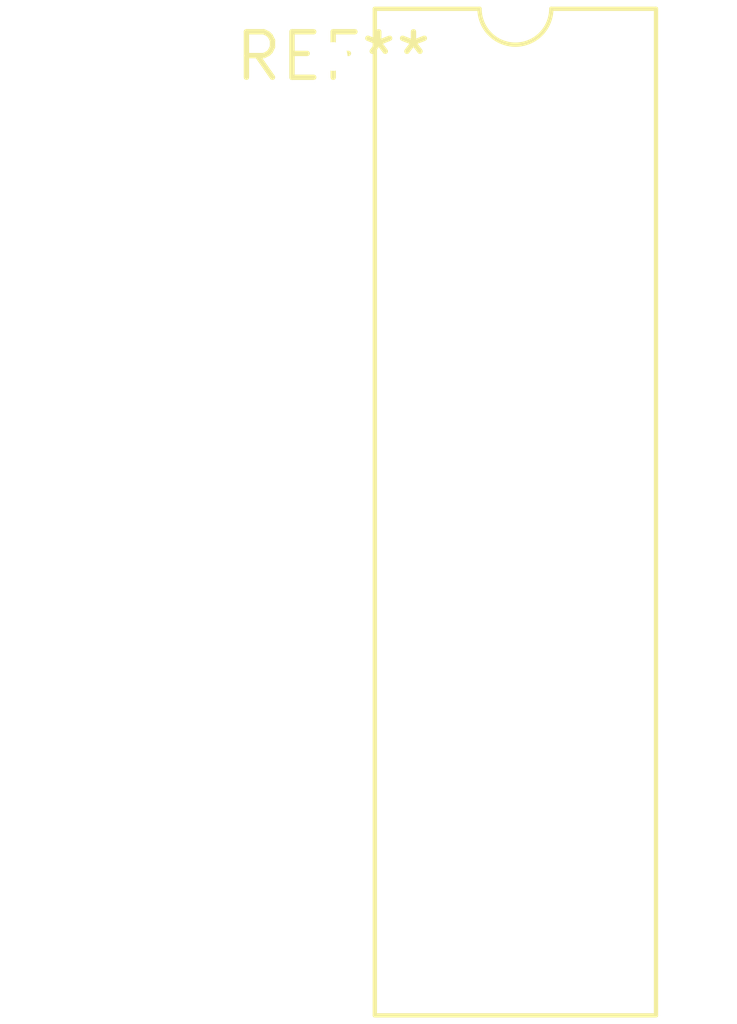
<source format=kicad_pcb>
(kicad_pcb (version 20240108) (generator pcbnew)
  (layers (0 "F.Cu" signal) (31 "B.Cu" signal) (34 "B.Paste" user) (35 "F.Paste" user) (36 "B.SilkS" user "B.Silkscreen") (37 "F.SilkS" user "F.Silkscreen") (38 "B.Mask" user) (39 "F.Mask" user) (44 "Edge.Cuts" user))
  (net 0 "")
  (footprint "DIP-22_W10.16mm" (layer "F.Cu") (at 0 0)
    (property "Reference" "REF**")
    (property "Value" "DIP-22_W10.16mm")
    (fp_line (start 1.16 -1.33) (end 1.16 26.73) (layer "F.SilkS") (stroke (width 0.12)))
    (fp_line (start 1.16 26.73) (end 9 26.73) (layer "F.SilkS") (stroke (width 0.12)))
    (fp_line (start 4.08 -1.33) (end 1.16 -1.33) (layer "F.SilkS") (stroke (width 0.12)))
    (fp_line (start 9 -1.33) (end 6.08 -1.33) (layer "F.SilkS") (stroke (width 0.12)))
    (fp_line (start 9 26.73) (end 9 -1.33) (layer "F.SilkS") (stroke (width 0.12)))
    (fp_arc (start 6.08 -1.33) (mid 5.08 -0.33) (end 4.08 -1.33) (layer "F.SilkS") (stroke (width 0.12)))
    (pad "1" thru_hole rect (at 0 0) (size 1.6 1.6) (drill 0.8) (layers *.Cu *.Mask) (remove_unused_layers))
    (pad "2" thru_hole oval (at 0 2.54) (size 1.6 1.6) (drill 0.8) (layers *.Cu *.Mask) (remove_unused_layers))
    (pad "3" thru_hole oval (at 0 5.08) (size 1.6 1.6) (drill 0.8) (layers *.Cu *.Mask) (remove_unused_layers))
    (pad "4" thru_hole oval (at 0 7.62) (size 1.6 1.6) (drill 0.8) (layers *.Cu *.Mask) (remove_unused_layers))
    (pad "5" thru_hole oval (at 0 10.16) (size 1.6 1.6) (drill 0.8) (layers *.Cu *.Mask) (remove_unused_layers))
    (pad "6" thru_hole oval (at 0 12.7) (size 1.6 1.6) (drill 0.8) (layers *.Cu *.Mask) (remove_unused_layers))
    (pad "7" thru_hole oval (at 0 15.24) (size 1.6 1.6) (drill 0.8) (layers *.Cu *.Mask) (remove_unused_layers))
    (pad "8" thru_hole oval (at 0 17.78) (size 1.6 1.6) (drill 0.8) (layers *.Cu *.Mask) (remove_unused_layers))
    (pad "9" thru_hole oval (at 0 20.32) (size 1.6 1.6) (drill 0.8) (layers *.Cu *.Mask) (remove_unused_layers))
    (pad "10" thru_hole oval (at 0 22.86) (size 1.6 1.6) (drill 0.8) (layers *.Cu *.Mask) (remove_unused_layers))
    (pad "11" thru_hole oval (at 0 25.4) (size 1.6 1.6) (drill 0.8) (layers *.Cu *.Mask) (remove_unused_layers))
    (pad "12" thru_hole oval (at 10.16 25.4) (size 1.6 1.6) (drill 0.8) (layers *.Cu *.Mask) (remove_unused_layers))
    (pad "13" thru_hole oval (at 10.16 22.86) (size 1.6 1.6) (drill 0.8) (layers *.Cu *.Mask) (remove_unused_layers))
    (pad "14" thru_hole oval (at 10.16 20.32) (size 1.6 1.6) (drill 0.8) (layers *.Cu *.Mask) (remove_unused_layers))
    (pad "15" thru_hole oval (at 10.16 17.78) (size 1.6 1.6) (drill 0.8) (layers *.Cu *.Mask) (remove_unused_layers))
    (pad "16" thru_hole oval (at 10.16 15.24) (size 1.6 1.6) (drill 0.8) (layers *.Cu *.Mask) (remove_unused_layers))
    (pad "17" thru_hole oval (at 10.16 12.7) (size 1.6 1.6) (drill 0.8) (layers *.Cu *.Mask) (remove_unused_layers))
    (pad "18" thru_hole oval (at 10.16 10.16) (size 1.6 1.6) (drill 0.8) (layers *.Cu *.Mask) (remove_unused_layers))
    (pad "19" thru_hole oval (at 10.16 7.62) (size 1.6 1.6) (drill 0.8) (layers *.Cu *.Mask) (remove_unused_layers))
    (pad "20" thru_hole oval (at 10.16 5.08) (size 1.6 1.6) (drill 0.8) (layers *.Cu *.Mask) (remove_unused_layers))
    (pad "21" thru_hole oval (at 10.16 2.54) (size 1.6 1.6) (drill 0.8) (layers *.Cu *.Mask) (remove_unused_layers))
    (pad "22" thru_hole oval (at 10.16 0) (size 1.6 1.6) (drill 0.8) (layers *.Cu *.Mask) (remove_unused_layers))
  )
)
</source>
